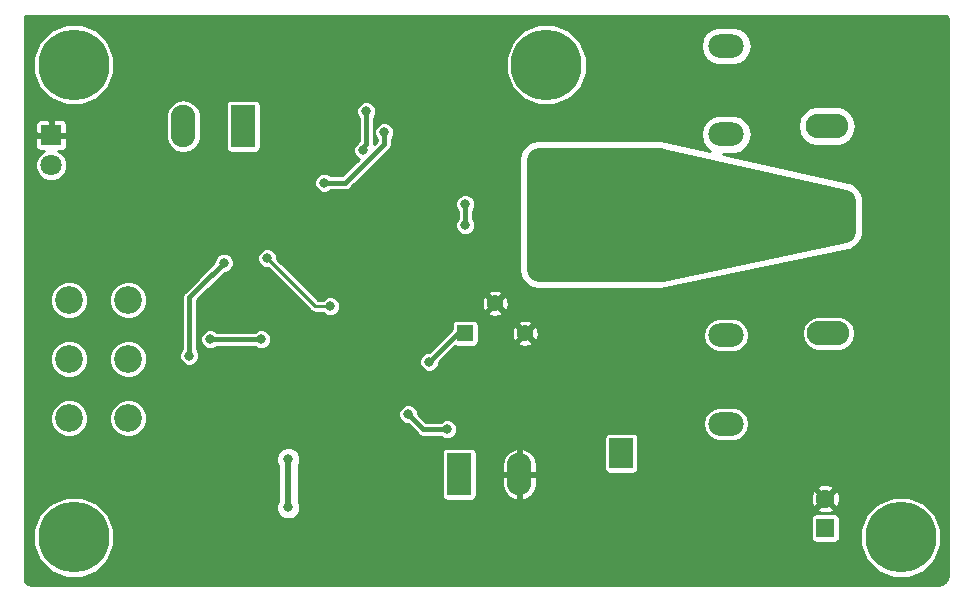
<source format=gbr>
%TF.GenerationSoftware,KiCad,Pcbnew,(6.0.0-rc1-dev-882-gdbc9130da)*%
%TF.CreationDate,2019-10-11T13:43:29+08:00*%
%TF.ProjectId,SoftDimmableLamp,536F667444696D6D61626C654C616D70,rev?*%
%TF.SameCoordinates,Original*%
%TF.FileFunction,Copper,L2,Bot,Signal*%
%TF.FilePolarity,Positive*%
%FSLAX46Y46*%
G04 Gerber Fmt 4.6, Leading zero omitted, Abs format (unit mm)*
G04 Created by KiCad (PCBNEW (6.0.0-rc1-dev-882-gdbc9130da)) date 2019/10/11 13:43:29*
%MOMM*%
%LPD*%
G01*
G04 APERTURE LIST*
%ADD10R,1.400000X1.400000*%
%ADD11C,1.400000*%
%ADD12R,2.000000X2.600000*%
%ADD13O,2.000000X2.600000*%
%ADD14R,1.600000X1.600000*%
%ADD15C,1.600000*%
%ADD16C,6.000000*%
%ADD17C,0.800000*%
%ADD18R,2.080000X3.600000*%
%ADD19O,2.080000X3.600000*%
%ADD20C,2.340000*%
%ADD21R,3.600000X2.100000*%
%ADD22O,3.600000X2.100000*%
%ADD23O,3.000000X2.000000*%
%ADD24R,1.800000X1.800000*%
%ADD25C,1.800000*%
%ADD26C,0.508000*%
%ADD27C,0.381000*%
%ADD28C,0.254000*%
%ADD29C,0.350000*%
%ADD30O,1.800000X0.800000*%
G04 APERTURE END LIST*
D10*
X88138000Y-77724000D03*
D11*
X93218000Y-77724000D03*
X90678000Y-75184000D03*
D12*
X101346000Y-87884000D03*
D13*
X98806000Y-87884000D03*
D14*
X118618000Y-94234000D03*
D15*
X118618000Y-91734000D03*
D16*
X55000000Y-95000000D03*
D17*
X55000000Y-92625000D03*
X52943190Y-93812500D03*
X52943190Y-96187500D03*
X55000000Y-97375000D03*
X57056810Y-96187500D03*
X57056810Y-93812500D03*
D16*
X125000000Y-95000000D03*
D17*
X125000000Y-92625000D03*
X122943190Y-93812500D03*
X122943190Y-96187500D03*
X125000000Y-97375000D03*
X127056810Y-96187500D03*
X127056810Y-93812500D03*
D16*
X95000000Y-55000000D03*
D17*
X95000000Y-52625000D03*
X92943190Y-53812500D03*
X92943190Y-56187500D03*
X95000000Y-57375000D03*
X97056810Y-56187500D03*
X97056810Y-53812500D03*
D18*
X69342000Y-60198000D03*
D19*
X64262000Y-60198000D03*
D18*
X87630000Y-89662000D03*
D19*
X92710000Y-89662000D03*
D20*
X54610000Y-84930000D03*
X54610000Y-79930000D03*
X54610000Y-74930000D03*
X59610000Y-84930000D03*
X59610000Y-79930000D03*
X59610000Y-74930000D03*
D21*
X118745000Y-67818000D03*
D22*
X118745000Y-60198000D03*
D21*
X118872000Y-85344000D03*
D22*
X118872000Y-77724000D03*
D23*
X110236000Y-77900000D03*
X110236000Y-85400000D03*
X110236000Y-60900000D03*
X110236000Y-53400000D03*
D24*
X53086000Y-60960000D03*
D25*
X53086000Y-63500000D03*
D17*
X57056810Y-53812500D03*
X57056810Y-56187500D03*
X55000000Y-57375000D03*
X52943190Y-56187500D03*
X52943190Y-53812500D03*
X55000000Y-52625000D03*
D16*
X55000000Y-55000000D03*
D17*
X79502000Y-53848000D03*
X77978000Y-59436000D03*
X78994000Y-69342000D03*
X80518000Y-80518000D03*
X80518000Y-83058000D03*
X77978000Y-77470000D03*
X70612000Y-76454000D03*
X81280000Y-77978000D03*
X89662000Y-70866000D03*
X68859000Y-87376000D03*
X72136000Y-94996000D03*
D15*
X110744000Y-91440000D03*
X101219000Y-96266000D03*
X105918000Y-87376000D03*
X103759000Y-87376000D03*
X105859885Y-95000106D03*
X123571000Y-76454000D03*
X123571000Y-80899000D03*
X123571000Y-85090000D03*
D17*
X68834024Y-67310048D03*
X100330000Y-77470000D03*
X102030000Y-77470000D03*
X103730000Y-77470000D03*
X105430000Y-77470000D03*
X107130000Y-77470000D03*
X100330000Y-79170000D03*
X102030000Y-79170000D03*
X103730000Y-79170000D03*
X105430000Y-79170000D03*
X107130000Y-79170000D03*
X100330000Y-80870000D03*
X102030000Y-80870000D03*
X103730000Y-80870000D03*
X105430000Y-80870000D03*
X107130000Y-80870000D03*
X100330000Y-82570000D03*
X102030000Y-82570000D03*
X103730000Y-82570000D03*
X105430000Y-82570000D03*
X107130000Y-82570000D03*
X73152000Y-92456000D03*
X73152006Y-88392006D03*
X66548000Y-78232000D03*
X81280000Y-60706000D03*
X70866000Y-78232000D03*
X76200000Y-64985989D03*
X71374000Y-71374000D03*
X76708000Y-75438000D03*
X64770000Y-79629000D03*
X67710000Y-71755000D03*
X102489000Y-65151000D03*
X100711000Y-65151000D03*
X99060000Y-65151000D03*
X97155000Y-65151000D03*
X102489000Y-70104000D03*
X102489000Y-66802000D03*
X100711000Y-70104000D03*
X100711000Y-66802000D03*
X99060000Y-70104000D03*
X99060000Y-68453000D03*
X99060000Y-66802000D03*
X97155000Y-70104000D03*
X97155000Y-68453000D03*
X97155000Y-66802000D03*
X100711000Y-68453000D03*
X102489000Y-68453000D03*
X97155000Y-63500000D03*
X99060000Y-63500000D03*
X100711000Y-63500000D03*
X102489000Y-63500000D03*
X97155000Y-71882000D03*
X99060000Y-71882000D03*
X100711000Y-71882000D03*
X102489000Y-71882000D03*
X104394000Y-63500000D03*
X104394000Y-65151000D03*
X104394000Y-66802000D03*
X104394000Y-68437760D03*
X104394000Y-70104000D03*
X104394000Y-71882000D03*
X83312000Y-84582000D03*
X79756000Y-58928000D03*
X79502000Y-62230000D03*
X88138000Y-68598000D03*
X88138000Y-66782000D03*
X85090000Y-80137000D03*
X86614000Y-85851998D03*
D26*
X73152000Y-88392012D02*
X73152006Y-88392006D01*
X73152000Y-92456000D02*
X73152000Y-88392012D01*
D27*
X69030315Y-78232000D02*
X66548000Y-78232000D01*
X70866000Y-78232000D02*
X69030315Y-78232000D01*
X81280000Y-61701862D02*
X77995873Y-64985989D01*
X76765685Y-64985989D02*
X76200000Y-64985989D01*
X81280000Y-60706000D02*
X81280000Y-61701862D01*
X77995873Y-64985989D02*
X76765685Y-64985989D01*
D28*
X75438000Y-75438000D02*
X71374000Y-71374000D01*
X76708000Y-75438000D02*
X75438000Y-75438000D01*
D27*
X65703499Y-73761501D02*
X67710000Y-71755000D01*
X64770000Y-79629000D02*
X64770000Y-74695000D01*
X64770000Y-74695000D02*
X65703499Y-73761501D01*
X79756000Y-58928000D02*
X79756000Y-61722000D01*
X79756000Y-61722000D02*
X79502000Y-61976000D01*
X79502000Y-61976000D02*
X79502000Y-62230000D01*
X88138000Y-66802000D02*
X88138000Y-66782000D01*
X88138000Y-68598000D02*
X88138000Y-66782000D01*
X87503000Y-77724000D02*
X88138000Y-77724000D01*
X85090000Y-80137000D02*
X87503000Y-77724000D01*
X83312000Y-84582000D02*
X84581998Y-85851998D01*
X84581998Y-85851998D02*
X86048315Y-85851998D01*
X86048315Y-85851998D02*
X86614000Y-85851998D01*
D28*
G36*
X104908525Y-62175198D02*
X120381692Y-65653661D01*
X120744986Y-65827397D01*
X120987386Y-66130339D01*
X121077209Y-66522892D01*
X121077209Y-69072528D01*
X120985443Y-69469070D01*
X120738191Y-69773430D01*
X120368857Y-69944488D01*
X104902948Y-73181539D01*
X104711122Y-73201398D01*
X94357509Y-73201398D01*
X94011870Y-73132646D01*
X93729455Y-72943943D01*
X93540752Y-72661528D01*
X93472000Y-72315889D01*
X93472000Y-63037907D01*
X93540752Y-62692268D01*
X93729455Y-62409853D01*
X94011870Y-62221150D01*
X94357509Y-62152398D01*
X104703159Y-62152398D01*
X104908525Y-62175198D01*
X104908525Y-62175198D01*
G37*
X104908525Y-62175198D02*
X120381692Y-65653661D01*
X120744986Y-65827397D01*
X120987386Y-66130339D01*
X121077209Y-66522892D01*
X121077209Y-69072528D01*
X120985443Y-69469070D01*
X120738191Y-69773430D01*
X120368857Y-69944488D01*
X104902948Y-73181539D01*
X104711122Y-73201398D01*
X94357509Y-73201398D01*
X94011870Y-73132646D01*
X93729455Y-72943943D01*
X93540752Y-72661528D01*
X93472000Y-72315889D01*
X93472000Y-63037907D01*
X93540752Y-62692268D01*
X93729455Y-62409853D01*
X94011870Y-62221150D01*
X94357509Y-62152398D01*
X104703159Y-62152398D01*
X104908525Y-62175198D01*
G36*
X129032000Y-51177509D02*
X129032000Y-98174491D01*
X128963248Y-98520130D01*
X128774545Y-98802545D01*
X128492130Y-98991248D01*
X128146491Y-99060000D01*
X51426300Y-99060000D01*
X51081738Y-98991694D01*
X50835000Y-98827522D01*
X50835000Y-94316736D01*
X51565000Y-94316736D01*
X51565000Y-95683264D01*
X52087947Y-96945771D01*
X53054229Y-97912053D01*
X54316736Y-98435000D01*
X55683264Y-98435000D01*
X56945771Y-97912053D01*
X57912053Y-96945771D01*
X58435000Y-95683264D01*
X58435000Y-94316736D01*
X57912053Y-93054229D01*
X57107950Y-92250126D01*
X72117000Y-92250126D01*
X72117000Y-92661874D01*
X72274569Y-93042280D01*
X72565720Y-93333431D01*
X72946126Y-93491000D01*
X73357874Y-93491000D01*
X73495484Y-93434000D01*
X117374478Y-93434000D01*
X117374478Y-95034000D01*
X117408239Y-95203729D01*
X117504383Y-95347617D01*
X117648271Y-95443761D01*
X117818000Y-95477522D01*
X119418000Y-95477522D01*
X119587729Y-95443761D01*
X119731617Y-95347617D01*
X119827761Y-95203729D01*
X119861522Y-95034000D01*
X119861522Y-94316736D01*
X121565000Y-94316736D01*
X121565000Y-95683264D01*
X122087947Y-96945771D01*
X123054229Y-97912053D01*
X124316736Y-98435000D01*
X125683264Y-98435000D01*
X126945771Y-97912053D01*
X127912053Y-96945771D01*
X128435000Y-95683264D01*
X128435000Y-94316736D01*
X127912053Y-93054229D01*
X126945771Y-92087947D01*
X125683264Y-91565000D01*
X124316736Y-91565000D01*
X123054229Y-92087947D01*
X122087947Y-93054229D01*
X121565000Y-94316736D01*
X119861522Y-94316736D01*
X119861522Y-93434000D01*
X119827761Y-93264271D01*
X119731617Y-93120383D01*
X119587729Y-93024239D01*
X119418000Y-92990478D01*
X117818000Y-92990478D01*
X117648271Y-93024239D01*
X117504383Y-93120383D01*
X117408239Y-93264271D01*
X117374478Y-93434000D01*
X73495484Y-93434000D01*
X73738280Y-93333431D01*
X74029431Y-93042280D01*
X74187000Y-92661874D01*
X74187000Y-92632318D01*
X117899287Y-92632318D01*
X117984383Y-92822164D01*
X118449036Y-92981807D01*
X118939413Y-92951482D01*
X119251617Y-92822164D01*
X119336713Y-92632318D01*
X118618000Y-91913605D01*
X117899287Y-92632318D01*
X74187000Y-92632318D01*
X74187000Y-92250126D01*
X74041000Y-91897650D01*
X74041000Y-88950370D01*
X74187006Y-88597880D01*
X74187006Y-88186132D01*
X74052747Y-87862000D01*
X86146478Y-87862000D01*
X86146478Y-91462000D01*
X86180239Y-91631729D01*
X86276383Y-91775617D01*
X86420271Y-91871761D01*
X86590000Y-91905522D01*
X88670000Y-91905522D01*
X88839729Y-91871761D01*
X88983617Y-91775617D01*
X89079761Y-91631729D01*
X89113522Y-91462000D01*
X89113522Y-89789000D01*
X91235000Y-89789000D01*
X91235000Y-90549000D01*
X91395878Y-91103791D01*
X91756820Y-91554785D01*
X92262875Y-91833323D01*
X92354680Y-91853563D01*
X92583000Y-91782335D01*
X92583000Y-89789000D01*
X92837000Y-89789000D01*
X92837000Y-91782335D01*
X93065320Y-91853563D01*
X93157125Y-91833323D01*
X93644555Y-91565036D01*
X117370193Y-91565036D01*
X117400518Y-92055413D01*
X117529836Y-92367617D01*
X117719682Y-92452713D01*
X118438395Y-91734000D01*
X118797605Y-91734000D01*
X119516318Y-92452713D01*
X119706164Y-92367617D01*
X119865807Y-91902964D01*
X119835482Y-91412587D01*
X119706164Y-91100383D01*
X119516318Y-91015287D01*
X118797605Y-91734000D01*
X118438395Y-91734000D01*
X117719682Y-91015287D01*
X117529836Y-91100383D01*
X117370193Y-91565036D01*
X93644555Y-91565036D01*
X93663180Y-91554785D01*
X94024122Y-91103791D01*
X94101868Y-90835682D01*
X117899287Y-90835682D01*
X118618000Y-91554395D01*
X119336713Y-90835682D01*
X119251617Y-90645836D01*
X118786964Y-90486193D01*
X118296587Y-90516518D01*
X117984383Y-90645836D01*
X117899287Y-90835682D01*
X94101868Y-90835682D01*
X94185000Y-90549000D01*
X94185000Y-89789000D01*
X92837000Y-89789000D01*
X92583000Y-89789000D01*
X91235000Y-89789000D01*
X89113522Y-89789000D01*
X89113522Y-88775000D01*
X91235000Y-88775000D01*
X91235000Y-89535000D01*
X92583000Y-89535000D01*
X92583000Y-87541665D01*
X92837000Y-87541665D01*
X92837000Y-89535000D01*
X94185000Y-89535000D01*
X94185000Y-88775000D01*
X94024122Y-88220209D01*
X93663180Y-87769215D01*
X93157125Y-87490677D01*
X93065320Y-87470437D01*
X92837000Y-87541665D01*
X92583000Y-87541665D01*
X92354680Y-87470437D01*
X92262875Y-87490677D01*
X91756820Y-87769215D01*
X91395878Y-88220209D01*
X91235000Y-88775000D01*
X89113522Y-88775000D01*
X89113522Y-87862000D01*
X89079761Y-87692271D01*
X88983617Y-87548383D01*
X88839729Y-87452239D01*
X88670000Y-87418478D01*
X86590000Y-87418478D01*
X86420271Y-87452239D01*
X86276383Y-87548383D01*
X86180239Y-87692271D01*
X86146478Y-87862000D01*
X74052747Y-87862000D01*
X74029437Y-87805726D01*
X73738286Y-87514575D01*
X73357880Y-87357006D01*
X72946132Y-87357006D01*
X72565726Y-87514575D01*
X72274575Y-87805726D01*
X72117006Y-88186132D01*
X72117006Y-88597880D01*
X72263001Y-88950343D01*
X72263000Y-91897650D01*
X72117000Y-92250126D01*
X57107950Y-92250126D01*
X56945771Y-92087947D01*
X55683264Y-91565000D01*
X54316736Y-91565000D01*
X53054229Y-92087947D01*
X52087947Y-93054229D01*
X51565000Y-94316736D01*
X50835000Y-94316736D01*
X50835000Y-84610746D01*
X53005000Y-84610746D01*
X53005000Y-85249254D01*
X53249347Y-85839160D01*
X53700840Y-86290653D01*
X54290746Y-86535000D01*
X54929254Y-86535000D01*
X55519160Y-86290653D01*
X55970653Y-85839160D01*
X56215000Y-85249254D01*
X56215000Y-84610746D01*
X58005000Y-84610746D01*
X58005000Y-85249254D01*
X58249347Y-85839160D01*
X58700840Y-86290653D01*
X59290746Y-86535000D01*
X59929254Y-86535000D01*
X60519160Y-86290653D01*
X60970653Y-85839160D01*
X61215000Y-85249254D01*
X61215000Y-84610746D01*
X61134296Y-84415908D01*
X82477000Y-84415908D01*
X82477000Y-84748092D01*
X82604121Y-85054990D01*
X82839010Y-85289879D01*
X83145908Y-85417000D01*
X83262410Y-85417000D01*
X84096142Y-86250733D01*
X84131038Y-86302958D01*
X84337940Y-86441206D01*
X84520393Y-86477498D01*
X84520397Y-86477498D01*
X84581997Y-86489751D01*
X84643597Y-86477498D01*
X86058631Y-86477498D01*
X86141010Y-86559877D01*
X86447908Y-86686998D01*
X86780092Y-86686998D01*
X87028751Y-86584000D01*
X99902478Y-86584000D01*
X99902478Y-89184000D01*
X99936239Y-89353729D01*
X100032383Y-89497617D01*
X100176271Y-89593761D01*
X100346000Y-89627522D01*
X102346000Y-89627522D01*
X102515729Y-89593761D01*
X102659617Y-89497617D01*
X102755761Y-89353729D01*
X102789522Y-89184000D01*
X102789522Y-86584000D01*
X102755761Y-86414271D01*
X102659617Y-86270383D01*
X102515729Y-86174239D01*
X102346000Y-86140478D01*
X100346000Y-86140478D01*
X100176271Y-86174239D01*
X100032383Y-86270383D01*
X99936239Y-86414271D01*
X99902478Y-86584000D01*
X87028751Y-86584000D01*
X87086990Y-86559877D01*
X87321879Y-86324988D01*
X87449000Y-86018090D01*
X87449000Y-85685906D01*
X87330575Y-85400000D01*
X108272887Y-85400000D01*
X108384260Y-85959909D01*
X108701423Y-86434577D01*
X109176091Y-86751740D01*
X109594667Y-86835000D01*
X110877333Y-86835000D01*
X111295909Y-86751740D01*
X111770577Y-86434577D01*
X112087740Y-85959909D01*
X112199113Y-85400000D01*
X112087740Y-84840091D01*
X111770577Y-84365423D01*
X111295909Y-84048260D01*
X110877333Y-83965000D01*
X109594667Y-83965000D01*
X109176091Y-84048260D01*
X108701423Y-84365423D01*
X108384260Y-84840091D01*
X108272887Y-85400000D01*
X87330575Y-85400000D01*
X87321879Y-85379008D01*
X87086990Y-85144119D01*
X86780092Y-85016998D01*
X86447908Y-85016998D01*
X86141010Y-85144119D01*
X86058631Y-85226498D01*
X84841089Y-85226498D01*
X84147000Y-84532410D01*
X84147000Y-84415908D01*
X84019879Y-84109010D01*
X83784990Y-83874121D01*
X83478092Y-83747000D01*
X83145908Y-83747000D01*
X82839010Y-83874121D01*
X82604121Y-84109010D01*
X82477000Y-84415908D01*
X61134296Y-84415908D01*
X60970653Y-84020840D01*
X60519160Y-83569347D01*
X59929254Y-83325000D01*
X59290746Y-83325000D01*
X58700840Y-83569347D01*
X58249347Y-84020840D01*
X58005000Y-84610746D01*
X56215000Y-84610746D01*
X55970653Y-84020840D01*
X55519160Y-83569347D01*
X54929254Y-83325000D01*
X54290746Y-83325000D01*
X53700840Y-83569347D01*
X53249347Y-84020840D01*
X53005000Y-84610746D01*
X50835000Y-84610746D01*
X50835000Y-79610746D01*
X53005000Y-79610746D01*
X53005000Y-80249254D01*
X53249347Y-80839160D01*
X53700840Y-81290653D01*
X54290746Y-81535000D01*
X54929254Y-81535000D01*
X55519160Y-81290653D01*
X55970653Y-80839160D01*
X56215000Y-80249254D01*
X56215000Y-79610746D01*
X58005000Y-79610746D01*
X58005000Y-80249254D01*
X58249347Y-80839160D01*
X58700840Y-81290653D01*
X59290746Y-81535000D01*
X59929254Y-81535000D01*
X60519160Y-81290653D01*
X60970653Y-80839160D01*
X61215000Y-80249254D01*
X61215000Y-79610746D01*
X61153764Y-79462908D01*
X63935000Y-79462908D01*
X63935000Y-79795092D01*
X64062121Y-80101990D01*
X64297010Y-80336879D01*
X64603908Y-80464000D01*
X64936092Y-80464000D01*
X65242990Y-80336879D01*
X65477879Y-80101990D01*
X65532174Y-79970908D01*
X84255000Y-79970908D01*
X84255000Y-80303092D01*
X84382121Y-80609990D01*
X84617010Y-80844879D01*
X84923908Y-80972000D01*
X85256092Y-80972000D01*
X85562990Y-80844879D01*
X85797879Y-80609990D01*
X85925000Y-80303092D01*
X85925000Y-80186589D01*
X87276244Y-78835347D01*
X87438000Y-78867522D01*
X88838000Y-78867522D01*
X89007729Y-78833761D01*
X89151617Y-78737617D01*
X89247761Y-78593729D01*
X89256511Y-78549735D01*
X92571870Y-78549735D01*
X92644648Y-78729217D01*
X93072972Y-78872112D01*
X93523375Y-78840217D01*
X93791352Y-78729217D01*
X93864130Y-78549735D01*
X93218000Y-77903605D01*
X92571870Y-78549735D01*
X89256511Y-78549735D01*
X89281522Y-78424000D01*
X89281522Y-77578972D01*
X92069888Y-77578972D01*
X92101783Y-78029375D01*
X92212783Y-78297352D01*
X92392265Y-78370130D01*
X93038395Y-77724000D01*
X93397605Y-77724000D01*
X94043735Y-78370130D01*
X94223217Y-78297352D01*
X94355779Y-77900000D01*
X108272887Y-77900000D01*
X108384260Y-78459909D01*
X108701423Y-78934577D01*
X109176091Y-79251740D01*
X109594667Y-79335000D01*
X110877333Y-79335000D01*
X111295909Y-79251740D01*
X111770577Y-78934577D01*
X112087740Y-78459909D01*
X112199113Y-77900000D01*
X112164105Y-77724000D01*
X116607908Y-77724000D01*
X116723161Y-78303418D01*
X117051375Y-78794625D01*
X117542582Y-79122839D01*
X117975744Y-79209000D01*
X119768256Y-79209000D01*
X120201418Y-79122839D01*
X120692625Y-78794625D01*
X121020839Y-78303418D01*
X121136092Y-77724000D01*
X121020839Y-77144582D01*
X120692625Y-76653375D01*
X120201418Y-76325161D01*
X119768256Y-76239000D01*
X117975744Y-76239000D01*
X117542582Y-76325161D01*
X117051375Y-76653375D01*
X116723161Y-77144582D01*
X116607908Y-77724000D01*
X112164105Y-77724000D01*
X112087740Y-77340091D01*
X111770577Y-76865423D01*
X111295909Y-76548260D01*
X110877333Y-76465000D01*
X109594667Y-76465000D01*
X109176091Y-76548260D01*
X108701423Y-76865423D01*
X108384260Y-77340091D01*
X108272887Y-77900000D01*
X94355779Y-77900000D01*
X94366112Y-77869028D01*
X94334217Y-77418625D01*
X94223217Y-77150648D01*
X94043735Y-77077870D01*
X93397605Y-77724000D01*
X93038395Y-77724000D01*
X92392265Y-77077870D01*
X92212783Y-77150648D01*
X92069888Y-77578972D01*
X89281522Y-77578972D01*
X89281522Y-77024000D01*
X89256512Y-76898265D01*
X92571870Y-76898265D01*
X93218000Y-77544395D01*
X93864130Y-76898265D01*
X93791352Y-76718783D01*
X93363028Y-76575888D01*
X92912625Y-76607783D01*
X92644648Y-76718783D01*
X92571870Y-76898265D01*
X89256512Y-76898265D01*
X89247761Y-76854271D01*
X89151617Y-76710383D01*
X89007729Y-76614239D01*
X88838000Y-76580478D01*
X87438000Y-76580478D01*
X87268271Y-76614239D01*
X87124383Y-76710383D01*
X87028239Y-76854271D01*
X86994478Y-77024000D01*
X86994478Y-77347931D01*
X85040411Y-79302000D01*
X84923908Y-79302000D01*
X84617010Y-79429121D01*
X84382121Y-79664010D01*
X84255000Y-79970908D01*
X65532174Y-79970908D01*
X65605000Y-79795092D01*
X65605000Y-79462908D01*
X65477879Y-79156010D01*
X65395500Y-79073631D01*
X65395500Y-78065908D01*
X65713000Y-78065908D01*
X65713000Y-78398092D01*
X65840121Y-78704990D01*
X66075010Y-78939879D01*
X66381908Y-79067000D01*
X66714092Y-79067000D01*
X67020990Y-78939879D01*
X67103369Y-78857500D01*
X70310631Y-78857500D01*
X70393010Y-78939879D01*
X70699908Y-79067000D01*
X71032092Y-79067000D01*
X71338990Y-78939879D01*
X71573879Y-78704990D01*
X71701000Y-78398092D01*
X71701000Y-78065908D01*
X71573879Y-77759010D01*
X71338990Y-77524121D01*
X71032092Y-77397000D01*
X70699908Y-77397000D01*
X70393010Y-77524121D01*
X70310631Y-77606500D01*
X67103369Y-77606500D01*
X67020990Y-77524121D01*
X66714092Y-77397000D01*
X66381908Y-77397000D01*
X66075010Y-77524121D01*
X65840121Y-77759010D01*
X65713000Y-78065908D01*
X65395500Y-78065908D01*
X65395500Y-74954089D01*
X66189355Y-74160235D01*
X66189357Y-74160232D01*
X67759590Y-72590000D01*
X67876092Y-72590000D01*
X68182990Y-72462879D01*
X68417879Y-72227990D01*
X68545000Y-71921092D01*
X68545000Y-71588908D01*
X68417879Y-71282010D01*
X68343777Y-71207908D01*
X70539000Y-71207908D01*
X70539000Y-71540092D01*
X70666121Y-71846990D01*
X70901010Y-72081879D01*
X71207908Y-72209000D01*
X71414213Y-72209000D01*
X75001468Y-75796256D01*
X75032821Y-75843179D01*
X75079744Y-75874532D01*
X75079745Y-75874533D01*
X75134307Y-75910990D01*
X75218719Y-75967392D01*
X75382649Y-76000000D01*
X75382654Y-76000000D01*
X75438000Y-76011009D01*
X75493346Y-76000000D01*
X76089131Y-76000000D01*
X76235010Y-76145879D01*
X76541908Y-76273000D01*
X76874092Y-76273000D01*
X77180990Y-76145879D01*
X77317134Y-76009735D01*
X90031870Y-76009735D01*
X90104648Y-76189217D01*
X90532972Y-76332112D01*
X90983375Y-76300217D01*
X91251352Y-76189217D01*
X91324130Y-76009735D01*
X90678000Y-75363605D01*
X90031870Y-76009735D01*
X77317134Y-76009735D01*
X77415879Y-75910990D01*
X77543000Y-75604092D01*
X77543000Y-75271908D01*
X77446515Y-75038972D01*
X89529888Y-75038972D01*
X89561783Y-75489375D01*
X89672783Y-75757352D01*
X89852265Y-75830130D01*
X90498395Y-75184000D01*
X90857605Y-75184000D01*
X91503735Y-75830130D01*
X91683217Y-75757352D01*
X91826112Y-75329028D01*
X91794217Y-74878625D01*
X91683217Y-74610648D01*
X91503735Y-74537870D01*
X90857605Y-75184000D01*
X90498395Y-75184000D01*
X89852265Y-74537870D01*
X89672783Y-74610648D01*
X89529888Y-75038972D01*
X77446515Y-75038972D01*
X77415879Y-74965010D01*
X77180990Y-74730121D01*
X76874092Y-74603000D01*
X76541908Y-74603000D01*
X76235010Y-74730121D01*
X76089131Y-74876000D01*
X75670788Y-74876000D01*
X75153053Y-74358265D01*
X90031870Y-74358265D01*
X90678000Y-75004395D01*
X91324130Y-74358265D01*
X91251352Y-74178783D01*
X90823028Y-74035888D01*
X90372625Y-74067783D01*
X90104648Y-74178783D01*
X90031870Y-74358265D01*
X75153053Y-74358265D01*
X72209000Y-71414213D01*
X72209000Y-71207908D01*
X72081879Y-70901010D01*
X71846990Y-70666121D01*
X71540092Y-70539000D01*
X71207908Y-70539000D01*
X70901010Y-70666121D01*
X70666121Y-70901010D01*
X70539000Y-71207908D01*
X68343777Y-71207908D01*
X68182990Y-71047121D01*
X67876092Y-70920000D01*
X67543908Y-70920000D01*
X67237010Y-71047121D01*
X67002121Y-71282010D01*
X66875000Y-71588908D01*
X66875000Y-71705410D01*
X65304768Y-73275643D01*
X65304765Y-73275645D01*
X64371268Y-74209143D01*
X64319041Y-74244040D01*
X64284144Y-74296267D01*
X64180792Y-74450943D01*
X64132247Y-74695000D01*
X64144501Y-74756606D01*
X64144500Y-79073631D01*
X64062121Y-79156010D01*
X63935000Y-79462908D01*
X61153764Y-79462908D01*
X60970653Y-79020840D01*
X60519160Y-78569347D01*
X59929254Y-78325000D01*
X59290746Y-78325000D01*
X58700840Y-78569347D01*
X58249347Y-79020840D01*
X58005000Y-79610746D01*
X56215000Y-79610746D01*
X55970653Y-79020840D01*
X55519160Y-78569347D01*
X54929254Y-78325000D01*
X54290746Y-78325000D01*
X53700840Y-78569347D01*
X53249347Y-79020840D01*
X53005000Y-79610746D01*
X50835000Y-79610746D01*
X50835000Y-74610746D01*
X53005000Y-74610746D01*
X53005000Y-75249254D01*
X53249347Y-75839160D01*
X53700840Y-76290653D01*
X54290746Y-76535000D01*
X54929254Y-76535000D01*
X55519160Y-76290653D01*
X55970653Y-75839160D01*
X56215000Y-75249254D01*
X56215000Y-74610746D01*
X58005000Y-74610746D01*
X58005000Y-75249254D01*
X58249347Y-75839160D01*
X58700840Y-76290653D01*
X59290746Y-76535000D01*
X59929254Y-76535000D01*
X60519160Y-76290653D01*
X60970653Y-75839160D01*
X61215000Y-75249254D01*
X61215000Y-74610746D01*
X60970653Y-74020840D01*
X60519160Y-73569347D01*
X59929254Y-73325000D01*
X59290746Y-73325000D01*
X58700840Y-73569347D01*
X58249347Y-74020840D01*
X58005000Y-74610746D01*
X56215000Y-74610746D01*
X55970653Y-74020840D01*
X55519160Y-73569347D01*
X54929254Y-73325000D01*
X54290746Y-73325000D01*
X53700840Y-73569347D01*
X53249347Y-74020840D01*
X53005000Y-74610746D01*
X50835000Y-74610746D01*
X50835000Y-66615908D01*
X87303000Y-66615908D01*
X87303000Y-66948092D01*
X87430121Y-67254990D01*
X87512501Y-67337370D01*
X87512500Y-68042631D01*
X87430121Y-68125010D01*
X87303000Y-68431908D01*
X87303000Y-68764092D01*
X87430121Y-69070990D01*
X87665010Y-69305879D01*
X87971908Y-69433000D01*
X88304092Y-69433000D01*
X88610990Y-69305879D01*
X88845879Y-69070990D01*
X88973000Y-68764092D01*
X88973000Y-68431908D01*
X88845879Y-68125010D01*
X88763500Y-68042631D01*
X88763500Y-67337369D01*
X88845879Y-67254990D01*
X88973000Y-66948092D01*
X88973000Y-66615908D01*
X88845879Y-66309010D01*
X88610990Y-66074121D01*
X88304092Y-65947000D01*
X87971908Y-65947000D01*
X87665010Y-66074121D01*
X87430121Y-66309010D01*
X87303000Y-66615908D01*
X50835000Y-66615908D01*
X50835000Y-61195750D01*
X51751000Y-61195750D01*
X51751000Y-61946527D01*
X51817225Y-62106408D01*
X51939592Y-62228775D01*
X52099473Y-62295000D01*
X52506605Y-62295000D01*
X52329783Y-62368242D01*
X51954242Y-62743783D01*
X51751000Y-63234452D01*
X51751000Y-63765548D01*
X51954242Y-64256217D01*
X52329783Y-64631758D01*
X52820452Y-64835000D01*
X53351548Y-64835000D01*
X53388009Y-64819897D01*
X75365000Y-64819897D01*
X75365000Y-65152081D01*
X75492121Y-65458979D01*
X75727010Y-65693868D01*
X76033908Y-65820989D01*
X76366092Y-65820989D01*
X76672990Y-65693868D01*
X76755369Y-65611489D01*
X77934272Y-65611489D01*
X77995873Y-65623742D01*
X78057474Y-65611489D01*
X78057478Y-65611489D01*
X78239931Y-65575197D01*
X78446833Y-65436949D01*
X78481732Y-65384719D01*
X80841053Y-63025398D01*
X92710000Y-63025398D01*
X92710000Y-72328398D01*
X92722201Y-72452280D01*
X92798321Y-72834963D01*
X92893137Y-73063868D01*
X93109910Y-73388292D01*
X93285106Y-73563488D01*
X93609530Y-73780261D01*
X93838435Y-73875077D01*
X94221118Y-73951197D01*
X94345000Y-73963398D01*
X104717680Y-73963398D01*
X104783071Y-73960022D01*
X104987934Y-73938813D01*
X105052631Y-73928721D01*
X120539160Y-70687354D01*
X120675940Y-70642022D01*
X121085100Y-70452519D01*
X121311096Y-70276706D01*
X121595411Y-69926723D01*
X121721198Y-69669501D01*
X121822860Y-69230196D01*
X121839209Y-69087031D01*
X121839209Y-66508549D01*
X121823211Y-66366910D01*
X121723706Y-65932045D01*
X121600519Y-65676957D01*
X121321808Y-65328634D01*
X121099950Y-65152497D01*
X120697498Y-64960035D01*
X120562817Y-64913361D01*
X109983210Y-62535000D01*
X110897031Y-62535000D01*
X111373945Y-62440136D01*
X111914769Y-62078769D01*
X112276136Y-61537945D01*
X112403031Y-60900000D01*
X112276136Y-60262055D01*
X112233336Y-60198000D01*
X116276989Y-60198000D01*
X116407765Y-60855454D01*
X116780183Y-61412817D01*
X117337546Y-61785235D01*
X117829043Y-61883000D01*
X119660957Y-61883000D01*
X120152454Y-61785235D01*
X120709817Y-61412817D01*
X121082235Y-60855454D01*
X121213011Y-60198000D01*
X121082235Y-59540546D01*
X120709817Y-58983183D01*
X120152454Y-58610765D01*
X119660957Y-58513000D01*
X117829043Y-58513000D01*
X117337546Y-58610765D01*
X116780183Y-58983183D01*
X116407765Y-59540546D01*
X116276989Y-60198000D01*
X112233336Y-60198000D01*
X111914769Y-59721231D01*
X111373945Y-59359864D01*
X110897031Y-59265000D01*
X109574969Y-59265000D01*
X109098055Y-59359864D01*
X108557231Y-59721231D01*
X108195864Y-60262055D01*
X108068969Y-60900000D01*
X108195864Y-61537945D01*
X108557231Y-62078769D01*
X108863209Y-62283217D01*
X105068799Y-61430210D01*
X104999590Y-61418625D01*
X104780258Y-61394275D01*
X104710191Y-61390398D01*
X94345000Y-61390398D01*
X94221118Y-61402599D01*
X93838435Y-61478719D01*
X93609530Y-61573535D01*
X93285106Y-61790308D01*
X93109910Y-61965504D01*
X92893137Y-62289928D01*
X92798321Y-62518833D01*
X92722201Y-62901516D01*
X92710000Y-63025398D01*
X80841053Y-63025398D01*
X81678733Y-62187719D01*
X81730960Y-62152822D01*
X81869208Y-61945920D01*
X81905500Y-61763467D01*
X81905500Y-61763463D01*
X81917753Y-61701862D01*
X81905500Y-61640261D01*
X81905500Y-61261369D01*
X81987879Y-61178990D01*
X82115000Y-60872092D01*
X82115000Y-60539908D01*
X81987879Y-60233010D01*
X81752990Y-59998121D01*
X81446092Y-59871000D01*
X81113908Y-59871000D01*
X80807010Y-59998121D01*
X80572121Y-60233010D01*
X80445000Y-60539908D01*
X80445000Y-60872092D01*
X80572121Y-61178990D01*
X80654501Y-61261370D01*
X80654501Y-61442771D01*
X80390687Y-61706585D01*
X80381500Y-61660401D01*
X80381500Y-59483369D01*
X80463879Y-59400990D01*
X80591000Y-59094092D01*
X80591000Y-58761908D01*
X80463879Y-58455010D01*
X80228990Y-58220121D01*
X79922092Y-58093000D01*
X79589908Y-58093000D01*
X79283010Y-58220121D01*
X79048121Y-58455010D01*
X78921000Y-58761908D01*
X78921000Y-59094092D01*
X79048121Y-59400990D01*
X79130500Y-59483369D01*
X79130501Y-61462910D01*
X79103270Y-61490141D01*
X79098464Y-61493352D01*
X79029010Y-61522121D01*
X78794121Y-61757010D01*
X78667000Y-62063908D01*
X78667000Y-62396092D01*
X78794121Y-62702990D01*
X79029010Y-62937879D01*
X79121205Y-62976067D01*
X77736784Y-64360489D01*
X76755369Y-64360489D01*
X76672990Y-64278110D01*
X76366092Y-64150989D01*
X76033908Y-64150989D01*
X75727010Y-64278110D01*
X75492121Y-64512999D01*
X75365000Y-64819897D01*
X53388009Y-64819897D01*
X53842217Y-64631758D01*
X54217758Y-64256217D01*
X54421000Y-63765548D01*
X54421000Y-63234452D01*
X54217758Y-62743783D01*
X53842217Y-62368242D01*
X53665395Y-62295000D01*
X54072527Y-62295000D01*
X54232408Y-62228775D01*
X54354775Y-62106408D01*
X54421000Y-61946527D01*
X54421000Y-61195750D01*
X54312250Y-61087000D01*
X53213000Y-61087000D01*
X53213000Y-61107000D01*
X52959000Y-61107000D01*
X52959000Y-61087000D01*
X51859750Y-61087000D01*
X51751000Y-61195750D01*
X50835000Y-61195750D01*
X50835000Y-59973473D01*
X51751000Y-59973473D01*
X51751000Y-60724250D01*
X51859750Y-60833000D01*
X52959000Y-60833000D01*
X52959000Y-59733750D01*
X53213000Y-59733750D01*
X53213000Y-60833000D01*
X54312250Y-60833000D01*
X54421000Y-60724250D01*
X54421000Y-59973473D01*
X54354775Y-59813592D01*
X54232408Y-59691225D01*
X54072527Y-59625000D01*
X53321750Y-59625000D01*
X53213000Y-59733750D01*
X52959000Y-59733750D01*
X52850250Y-59625000D01*
X52099473Y-59625000D01*
X51939592Y-59691225D01*
X51817225Y-59813592D01*
X51751000Y-59973473D01*
X50835000Y-59973473D01*
X50835000Y-59292730D01*
X62787000Y-59292730D01*
X62787000Y-61103269D01*
X62872581Y-61533515D01*
X63198585Y-62021415D01*
X63686484Y-62347419D01*
X64262000Y-62461896D01*
X64837515Y-62347419D01*
X65325415Y-62021415D01*
X65651419Y-61533516D01*
X65737000Y-61103270D01*
X65737000Y-59292730D01*
X65651419Y-58862484D01*
X65341061Y-58398000D01*
X67858478Y-58398000D01*
X67858478Y-61998000D01*
X67892239Y-62167729D01*
X67988383Y-62311617D01*
X68132271Y-62407761D01*
X68302000Y-62441522D01*
X70382000Y-62441522D01*
X70551729Y-62407761D01*
X70695617Y-62311617D01*
X70791761Y-62167729D01*
X70825522Y-61998000D01*
X70825522Y-58398000D01*
X70791761Y-58228271D01*
X70695617Y-58084383D01*
X70551729Y-57988239D01*
X70382000Y-57954478D01*
X68302000Y-57954478D01*
X68132271Y-57988239D01*
X67988383Y-58084383D01*
X67892239Y-58228271D01*
X67858478Y-58398000D01*
X65341061Y-58398000D01*
X65325415Y-58374585D01*
X64837516Y-58048581D01*
X64262000Y-57934104D01*
X63686485Y-58048581D01*
X63198586Y-58374585D01*
X62872582Y-58862484D01*
X62787000Y-59292730D01*
X50835000Y-59292730D01*
X50835000Y-54316736D01*
X51565000Y-54316736D01*
X51565000Y-55683264D01*
X52087947Y-56945771D01*
X53054229Y-57912053D01*
X54316736Y-58435000D01*
X55683264Y-58435000D01*
X56945771Y-57912053D01*
X57912053Y-56945771D01*
X58435000Y-55683264D01*
X58435000Y-54316736D01*
X91565000Y-54316736D01*
X91565000Y-55683264D01*
X92087947Y-56945771D01*
X93054229Y-57912053D01*
X94316736Y-58435000D01*
X95683264Y-58435000D01*
X96945771Y-57912053D01*
X97912053Y-56945771D01*
X98435000Y-55683264D01*
X98435000Y-54316736D01*
X98055276Y-53400000D01*
X108068969Y-53400000D01*
X108195864Y-54037945D01*
X108557231Y-54578769D01*
X109098055Y-54940136D01*
X109574969Y-55035000D01*
X110897031Y-55035000D01*
X111373945Y-54940136D01*
X111914769Y-54578769D01*
X112276136Y-54037945D01*
X112403031Y-53400000D01*
X112276136Y-52762055D01*
X111914769Y-52221231D01*
X111373945Y-51859864D01*
X110897031Y-51765000D01*
X109574969Y-51765000D01*
X109098055Y-51859864D01*
X108557231Y-52221231D01*
X108195864Y-52762055D01*
X108068969Y-53400000D01*
X98055276Y-53400000D01*
X97912053Y-53054229D01*
X96945771Y-52087947D01*
X95683264Y-51565000D01*
X94316736Y-51565000D01*
X93054229Y-52087947D01*
X92087947Y-53054229D01*
X91565000Y-54316736D01*
X58435000Y-54316736D01*
X57912053Y-53054229D01*
X56945771Y-52087947D01*
X55683264Y-51565000D01*
X54316736Y-51565000D01*
X53054229Y-52087947D01*
X52087947Y-53054229D01*
X51565000Y-54316736D01*
X50835000Y-54316736D01*
X50835000Y-50835000D01*
X128963871Y-50835000D01*
X129032000Y-51177509D01*
X129032000Y-51177509D01*
G37*
X129032000Y-51177509D02*
X129032000Y-98174491D01*
X128963248Y-98520130D01*
X128774545Y-98802545D01*
X128492130Y-98991248D01*
X128146491Y-99060000D01*
X51426300Y-99060000D01*
X51081738Y-98991694D01*
X50835000Y-98827522D01*
X50835000Y-94316736D01*
X51565000Y-94316736D01*
X51565000Y-95683264D01*
X52087947Y-96945771D01*
X53054229Y-97912053D01*
X54316736Y-98435000D01*
X55683264Y-98435000D01*
X56945771Y-97912053D01*
X57912053Y-96945771D01*
X58435000Y-95683264D01*
X58435000Y-94316736D01*
X57912053Y-93054229D01*
X57107950Y-92250126D01*
X72117000Y-92250126D01*
X72117000Y-92661874D01*
X72274569Y-93042280D01*
X72565720Y-93333431D01*
X72946126Y-93491000D01*
X73357874Y-93491000D01*
X73495484Y-93434000D01*
X117374478Y-93434000D01*
X117374478Y-95034000D01*
X117408239Y-95203729D01*
X117504383Y-95347617D01*
X117648271Y-95443761D01*
X117818000Y-95477522D01*
X119418000Y-95477522D01*
X119587729Y-95443761D01*
X119731617Y-95347617D01*
X119827761Y-95203729D01*
X119861522Y-95034000D01*
X119861522Y-94316736D01*
X121565000Y-94316736D01*
X121565000Y-95683264D01*
X122087947Y-96945771D01*
X123054229Y-97912053D01*
X124316736Y-98435000D01*
X125683264Y-98435000D01*
X126945771Y-97912053D01*
X127912053Y-96945771D01*
X128435000Y-95683264D01*
X128435000Y-94316736D01*
X127912053Y-93054229D01*
X126945771Y-92087947D01*
X125683264Y-91565000D01*
X124316736Y-91565000D01*
X123054229Y-92087947D01*
X122087947Y-93054229D01*
X121565000Y-94316736D01*
X119861522Y-94316736D01*
X119861522Y-93434000D01*
X119827761Y-93264271D01*
X119731617Y-93120383D01*
X119587729Y-93024239D01*
X119418000Y-92990478D01*
X117818000Y-92990478D01*
X117648271Y-93024239D01*
X117504383Y-93120383D01*
X117408239Y-93264271D01*
X117374478Y-93434000D01*
X73495484Y-93434000D01*
X73738280Y-93333431D01*
X74029431Y-93042280D01*
X74187000Y-92661874D01*
X74187000Y-92632318D01*
X117899287Y-92632318D01*
X117984383Y-92822164D01*
X118449036Y-92981807D01*
X118939413Y-92951482D01*
X119251617Y-92822164D01*
X119336713Y-92632318D01*
X118618000Y-91913605D01*
X117899287Y-92632318D01*
X74187000Y-92632318D01*
X74187000Y-92250126D01*
X74041000Y-91897650D01*
X74041000Y-88950370D01*
X74187006Y-88597880D01*
X74187006Y-88186132D01*
X74052747Y-87862000D01*
X86146478Y-87862000D01*
X86146478Y-91462000D01*
X86180239Y-91631729D01*
X86276383Y-91775617D01*
X86420271Y-91871761D01*
X86590000Y-91905522D01*
X88670000Y-91905522D01*
X88839729Y-91871761D01*
X88983617Y-91775617D01*
X89079761Y-91631729D01*
X89113522Y-91462000D01*
X89113522Y-89789000D01*
X91235000Y-89789000D01*
X91235000Y-90549000D01*
X91395878Y-91103791D01*
X91756820Y-91554785D01*
X92262875Y-91833323D01*
X92354680Y-91853563D01*
X92583000Y-91782335D01*
X92583000Y-89789000D01*
X92837000Y-89789000D01*
X92837000Y-91782335D01*
X93065320Y-91853563D01*
X93157125Y-91833323D01*
X93644555Y-91565036D01*
X117370193Y-91565036D01*
X117400518Y-92055413D01*
X117529836Y-92367617D01*
X117719682Y-92452713D01*
X118438395Y-91734000D01*
X118797605Y-91734000D01*
X119516318Y-92452713D01*
X119706164Y-92367617D01*
X119865807Y-91902964D01*
X119835482Y-91412587D01*
X119706164Y-91100383D01*
X119516318Y-91015287D01*
X118797605Y-91734000D01*
X118438395Y-91734000D01*
X117719682Y-91015287D01*
X117529836Y-91100383D01*
X117370193Y-91565036D01*
X93644555Y-91565036D01*
X93663180Y-91554785D01*
X94024122Y-91103791D01*
X94101868Y-90835682D01*
X117899287Y-90835682D01*
X118618000Y-91554395D01*
X119336713Y-90835682D01*
X119251617Y-90645836D01*
X118786964Y-90486193D01*
X118296587Y-90516518D01*
X117984383Y-90645836D01*
X117899287Y-90835682D01*
X94101868Y-90835682D01*
X94185000Y-90549000D01*
X94185000Y-89789000D01*
X92837000Y-89789000D01*
X92583000Y-89789000D01*
X91235000Y-89789000D01*
X89113522Y-89789000D01*
X89113522Y-88775000D01*
X91235000Y-88775000D01*
X91235000Y-89535000D01*
X92583000Y-89535000D01*
X92583000Y-87541665D01*
X92837000Y-87541665D01*
X92837000Y-89535000D01*
X94185000Y-89535000D01*
X94185000Y-88775000D01*
X94024122Y-88220209D01*
X93663180Y-87769215D01*
X93157125Y-87490677D01*
X93065320Y-87470437D01*
X92837000Y-87541665D01*
X92583000Y-87541665D01*
X92354680Y-87470437D01*
X92262875Y-87490677D01*
X91756820Y-87769215D01*
X91395878Y-88220209D01*
X91235000Y-88775000D01*
X89113522Y-88775000D01*
X89113522Y-87862000D01*
X89079761Y-87692271D01*
X88983617Y-87548383D01*
X88839729Y-87452239D01*
X88670000Y-87418478D01*
X86590000Y-87418478D01*
X86420271Y-87452239D01*
X86276383Y-87548383D01*
X86180239Y-87692271D01*
X86146478Y-87862000D01*
X74052747Y-87862000D01*
X74029437Y-87805726D01*
X73738286Y-87514575D01*
X73357880Y-87357006D01*
X72946132Y-87357006D01*
X72565726Y-87514575D01*
X72274575Y-87805726D01*
X72117006Y-88186132D01*
X72117006Y-88597880D01*
X72263001Y-88950343D01*
X72263000Y-91897650D01*
X72117000Y-92250126D01*
X57107950Y-92250126D01*
X56945771Y-92087947D01*
X55683264Y-91565000D01*
X54316736Y-91565000D01*
X53054229Y-92087947D01*
X52087947Y-93054229D01*
X51565000Y-94316736D01*
X50835000Y-94316736D01*
X50835000Y-84610746D01*
X53005000Y-84610746D01*
X53005000Y-85249254D01*
X53249347Y-85839160D01*
X53700840Y-86290653D01*
X54290746Y-86535000D01*
X54929254Y-86535000D01*
X55519160Y-86290653D01*
X55970653Y-85839160D01*
X56215000Y-85249254D01*
X56215000Y-84610746D01*
X58005000Y-84610746D01*
X58005000Y-85249254D01*
X58249347Y-85839160D01*
X58700840Y-86290653D01*
X59290746Y-86535000D01*
X59929254Y-86535000D01*
X60519160Y-86290653D01*
X60970653Y-85839160D01*
X61215000Y-85249254D01*
X61215000Y-84610746D01*
X61134296Y-84415908D01*
X82477000Y-84415908D01*
X82477000Y-84748092D01*
X82604121Y-85054990D01*
X82839010Y-85289879D01*
X83145908Y-85417000D01*
X83262410Y-85417000D01*
X84096142Y-86250733D01*
X84131038Y-86302958D01*
X84337940Y-86441206D01*
X84520393Y-86477498D01*
X84520397Y-86477498D01*
X84581997Y-86489751D01*
X84643597Y-86477498D01*
X86058631Y-86477498D01*
X86141010Y-86559877D01*
X86447908Y-86686998D01*
X86780092Y-86686998D01*
X87028751Y-86584000D01*
X99902478Y-86584000D01*
X99902478Y-89184000D01*
X99936239Y-89353729D01*
X100032383Y-89497617D01*
X100176271Y-89593761D01*
X100346000Y-89627522D01*
X102346000Y-89627522D01*
X102515729Y-89593761D01*
X102659617Y-89497617D01*
X102755761Y-89353729D01*
X102789522Y-89184000D01*
X102789522Y-86584000D01*
X102755761Y-86414271D01*
X102659617Y-86270383D01*
X102515729Y-86174239D01*
X102346000Y-86140478D01*
X100346000Y-86140478D01*
X100176271Y-86174239D01*
X100032383Y-86270383D01*
X99936239Y-86414271D01*
X99902478Y-86584000D01*
X87028751Y-86584000D01*
X87086990Y-86559877D01*
X87321879Y-86324988D01*
X87449000Y-86018090D01*
X87449000Y-85685906D01*
X87330575Y-85400000D01*
X108272887Y-85400000D01*
X108384260Y-85959909D01*
X108701423Y-86434577D01*
X109176091Y-86751740D01*
X109594667Y-86835000D01*
X110877333Y-86835000D01*
X111295909Y-86751740D01*
X111770577Y-86434577D01*
X112087740Y-85959909D01*
X112199113Y-85400000D01*
X112087740Y-84840091D01*
X111770577Y-84365423D01*
X111295909Y-84048260D01*
X110877333Y-83965000D01*
X109594667Y-83965000D01*
X109176091Y-84048260D01*
X108701423Y-84365423D01*
X108384260Y-84840091D01*
X108272887Y-85400000D01*
X87330575Y-85400000D01*
X87321879Y-85379008D01*
X87086990Y-85144119D01*
X86780092Y-85016998D01*
X86447908Y-85016998D01*
X86141010Y-85144119D01*
X86058631Y-85226498D01*
X84841089Y-85226498D01*
X84147000Y-84532410D01*
X84147000Y-84415908D01*
X84019879Y-84109010D01*
X83784990Y-83874121D01*
X83478092Y-83747000D01*
X83145908Y-83747000D01*
X82839010Y-83874121D01*
X82604121Y-84109010D01*
X82477000Y-84415908D01*
X61134296Y-84415908D01*
X60970653Y-84020840D01*
X60519160Y-83569347D01*
X59929254Y-83325000D01*
X59290746Y-83325000D01*
X58700840Y-83569347D01*
X58249347Y-84020840D01*
X58005000Y-84610746D01*
X56215000Y-84610746D01*
X55970653Y-84020840D01*
X55519160Y-83569347D01*
X54929254Y-83325000D01*
X54290746Y-83325000D01*
X53700840Y-83569347D01*
X53249347Y-84020840D01*
X53005000Y-84610746D01*
X50835000Y-84610746D01*
X50835000Y-79610746D01*
X53005000Y-79610746D01*
X53005000Y-80249254D01*
X53249347Y-80839160D01*
X53700840Y-81290653D01*
X54290746Y-81535000D01*
X54929254Y-81535000D01*
X55519160Y-81290653D01*
X55970653Y-80839160D01*
X56215000Y-80249254D01*
X56215000Y-79610746D01*
X58005000Y-79610746D01*
X58005000Y-80249254D01*
X58249347Y-80839160D01*
X58700840Y-81290653D01*
X59290746Y-81535000D01*
X59929254Y-81535000D01*
X60519160Y-81290653D01*
X60970653Y-80839160D01*
X61215000Y-80249254D01*
X61215000Y-79610746D01*
X61153764Y-79462908D01*
X63935000Y-79462908D01*
X63935000Y-79795092D01*
X64062121Y-80101990D01*
X64297010Y-80336879D01*
X64603908Y-80464000D01*
X64936092Y-80464000D01*
X65242990Y-80336879D01*
X65477879Y-80101990D01*
X65532174Y-79970908D01*
X84255000Y-79970908D01*
X84255000Y-80303092D01*
X84382121Y-80609990D01*
X84617010Y-80844879D01*
X84923908Y-80972000D01*
X85256092Y-80972000D01*
X85562990Y-80844879D01*
X85797879Y-80609990D01*
X85925000Y-80303092D01*
X85925000Y-80186589D01*
X87276244Y-78835347D01*
X87438000Y-78867522D01*
X88838000Y-78867522D01*
X89007729Y-78833761D01*
X89151617Y-78737617D01*
X89247761Y-78593729D01*
X89256511Y-78549735D01*
X92571870Y-78549735D01*
X92644648Y-78729217D01*
X93072972Y-78872112D01*
X93523375Y-78840217D01*
X93791352Y-78729217D01*
X93864130Y-78549735D01*
X93218000Y-77903605D01*
X92571870Y-78549735D01*
X89256511Y-78549735D01*
X89281522Y-78424000D01*
X89281522Y-77578972D01*
X92069888Y-77578972D01*
X92101783Y-78029375D01*
X92212783Y-78297352D01*
X92392265Y-78370130D01*
X93038395Y-77724000D01*
X93397605Y-77724000D01*
X94043735Y-78370130D01*
X94223217Y-78297352D01*
X94355779Y-77900000D01*
X108272887Y-77900000D01*
X108384260Y-78459909D01*
X108701423Y-78934577D01*
X109176091Y-79251740D01*
X109594667Y-79335000D01*
X110877333Y-79335000D01*
X111295909Y-79251740D01*
X111770577Y-78934577D01*
X112087740Y-78459909D01*
X112199113Y-77900000D01*
X112164105Y-77724000D01*
X116607908Y-77724000D01*
X116723161Y-78303418D01*
X117051375Y-78794625D01*
X117542582Y-79122839D01*
X117975744Y-79209000D01*
X119768256Y-79209000D01*
X120201418Y-79122839D01*
X120692625Y-78794625D01*
X121020839Y-78303418D01*
X121136092Y-77724000D01*
X121020839Y-77144582D01*
X120692625Y-76653375D01*
X120201418Y-76325161D01*
X119768256Y-76239000D01*
X117975744Y-76239000D01*
X117542582Y-76325161D01*
X117051375Y-76653375D01*
X116723161Y-77144582D01*
X116607908Y-77724000D01*
X112164105Y-77724000D01*
X112087740Y-77340091D01*
X111770577Y-76865423D01*
X111295909Y-76548260D01*
X110877333Y-76465000D01*
X109594667Y-76465000D01*
X109176091Y-76548260D01*
X108701423Y-76865423D01*
X108384260Y-77340091D01*
X108272887Y-77900000D01*
X94355779Y-77900000D01*
X94366112Y-77869028D01*
X94334217Y-77418625D01*
X94223217Y-77150648D01*
X94043735Y-77077870D01*
X93397605Y-77724000D01*
X93038395Y-77724000D01*
X92392265Y-77077870D01*
X92212783Y-77150648D01*
X92069888Y-77578972D01*
X89281522Y-77578972D01*
X89281522Y-77024000D01*
X89256512Y-76898265D01*
X92571870Y-76898265D01*
X93218000Y-77544395D01*
X93864130Y-76898265D01*
X93791352Y-76718783D01*
X93363028Y-76575888D01*
X92912625Y-76607783D01*
X92644648Y-76718783D01*
X92571870Y-76898265D01*
X89256512Y-76898265D01*
X89247761Y-76854271D01*
X89151617Y-76710383D01*
X89007729Y-76614239D01*
X88838000Y-76580478D01*
X87438000Y-76580478D01*
X87268271Y-76614239D01*
X87124383Y-76710383D01*
X87028239Y-76854271D01*
X86994478Y-77024000D01*
X86994478Y-77347931D01*
X85040411Y-79302000D01*
X84923908Y-79302000D01*
X84617010Y-79429121D01*
X84382121Y-79664010D01*
X84255000Y-79970908D01*
X65532174Y-79970908D01*
X65605000Y-79795092D01*
X65605000Y-79462908D01*
X65477879Y-79156010D01*
X65395500Y-79073631D01*
X65395500Y-78065908D01*
X65713000Y-78065908D01*
X65713000Y-78398092D01*
X65840121Y-78704990D01*
X66075010Y-78939879D01*
X66381908Y-79067000D01*
X66714092Y-79067000D01*
X67020990Y-78939879D01*
X67103369Y-78857500D01*
X70310631Y-78857500D01*
X70393010Y-78939879D01*
X70699908Y-79067000D01*
X71032092Y-79067000D01*
X71338990Y-78939879D01*
X71573879Y-78704990D01*
X71701000Y-78398092D01*
X71701000Y-78065908D01*
X71573879Y-77759010D01*
X71338990Y-77524121D01*
X71032092Y-77397000D01*
X70699908Y-77397000D01*
X70393010Y-77524121D01*
X70310631Y-77606500D01*
X67103369Y-77606500D01*
X67020990Y-77524121D01*
X66714092Y-77397000D01*
X66381908Y-77397000D01*
X66075010Y-77524121D01*
X65840121Y-77759010D01*
X65713000Y-78065908D01*
X65395500Y-78065908D01*
X65395500Y-74954089D01*
X66189355Y-74160235D01*
X66189357Y-74160232D01*
X67759590Y-72590000D01*
X67876092Y-72590000D01*
X68182990Y-72462879D01*
X68417879Y-72227990D01*
X68545000Y-71921092D01*
X68545000Y-71588908D01*
X68417879Y-71282010D01*
X68343777Y-71207908D01*
X70539000Y-71207908D01*
X70539000Y-71540092D01*
X70666121Y-71846990D01*
X70901010Y-72081879D01*
X71207908Y-72209000D01*
X71414213Y-72209000D01*
X75001468Y-75796256D01*
X75032821Y-75843179D01*
X75079744Y-75874532D01*
X75079745Y-75874533D01*
X75134307Y-75910990D01*
X75218719Y-75967392D01*
X75382649Y-76000000D01*
X75382654Y-76000000D01*
X75438000Y-76011009D01*
X75493346Y-76000000D01*
X76089131Y-76000000D01*
X76235010Y-76145879D01*
X76541908Y-76273000D01*
X76874092Y-76273000D01*
X77180990Y-76145879D01*
X77317134Y-76009735D01*
X90031870Y-76009735D01*
X90104648Y-76189217D01*
X90532972Y-76332112D01*
X90983375Y-76300217D01*
X91251352Y-76189217D01*
X91324130Y-76009735D01*
X90678000Y-75363605D01*
X90031870Y-76009735D01*
X77317134Y-76009735D01*
X77415879Y-75910990D01*
X77543000Y-75604092D01*
X77543000Y-75271908D01*
X77446515Y-75038972D01*
X89529888Y-75038972D01*
X89561783Y-75489375D01*
X89672783Y-75757352D01*
X89852265Y-75830130D01*
X90498395Y-75184000D01*
X90857605Y-75184000D01*
X91503735Y-75830130D01*
X91683217Y-75757352D01*
X91826112Y-75329028D01*
X91794217Y-74878625D01*
X91683217Y-74610648D01*
X91503735Y-74537870D01*
X90857605Y-75184000D01*
X90498395Y-75184000D01*
X89852265Y-74537870D01*
X89672783Y-74610648D01*
X89529888Y-75038972D01*
X77446515Y-75038972D01*
X77415879Y-74965010D01*
X77180990Y-74730121D01*
X76874092Y-74603000D01*
X76541908Y-74603000D01*
X76235010Y-74730121D01*
X76089131Y-74876000D01*
X75670788Y-74876000D01*
X75153053Y-74358265D01*
X90031870Y-74358265D01*
X90678000Y-75004395D01*
X91324130Y-74358265D01*
X91251352Y-74178783D01*
X90823028Y-74035888D01*
X90372625Y-74067783D01*
X90104648Y-74178783D01*
X90031870Y-74358265D01*
X75153053Y-74358265D01*
X72209000Y-71414213D01*
X72209000Y-71207908D01*
X72081879Y-70901010D01*
X71846990Y-70666121D01*
X71540092Y-70539000D01*
X71207908Y-70539000D01*
X70901010Y-70666121D01*
X70666121Y-70901010D01*
X70539000Y-71207908D01*
X68343777Y-71207908D01*
X68182990Y-71047121D01*
X67876092Y-70920000D01*
X67543908Y-70920000D01*
X67237010Y-71047121D01*
X67002121Y-71282010D01*
X66875000Y-71588908D01*
X66875000Y-71705410D01*
X65304768Y-73275643D01*
X65304765Y-73275645D01*
X64371268Y-74209143D01*
X64319041Y-74244040D01*
X64284144Y-74296267D01*
X64180792Y-74450943D01*
X64132247Y-74695000D01*
X64144501Y-74756606D01*
X64144500Y-79073631D01*
X64062121Y-79156010D01*
X63935000Y-79462908D01*
X61153764Y-79462908D01*
X60970653Y-79020840D01*
X60519160Y-78569347D01*
X59929254Y-78325000D01*
X59290746Y-78325000D01*
X58700840Y-78569347D01*
X58249347Y-79020840D01*
X58005000Y-79610746D01*
X56215000Y-79610746D01*
X55970653Y-79020840D01*
X55519160Y-78569347D01*
X54929254Y-78325000D01*
X54290746Y-78325000D01*
X53700840Y-78569347D01*
X53249347Y-79020840D01*
X53005000Y-79610746D01*
X50835000Y-79610746D01*
X50835000Y-74610746D01*
X53005000Y-74610746D01*
X53005000Y-75249254D01*
X53249347Y-75839160D01*
X53700840Y-76290653D01*
X54290746Y-76535000D01*
X54929254Y-76535000D01*
X55519160Y-76290653D01*
X55970653Y-75839160D01*
X56215000Y-75249254D01*
X56215000Y-74610746D01*
X58005000Y-74610746D01*
X58005000Y-75249254D01*
X58249347Y-75839160D01*
X58700840Y-76290653D01*
X59290746Y-76535000D01*
X59929254Y-76535000D01*
X60519160Y-76290653D01*
X60970653Y-75839160D01*
X61215000Y-75249254D01*
X61215000Y-74610746D01*
X60970653Y-74020840D01*
X60519160Y-73569347D01*
X59929254Y-73325000D01*
X59290746Y-73325000D01*
X58700840Y-73569347D01*
X58249347Y-74020840D01*
X58005000Y-74610746D01*
X56215000Y-74610746D01*
X55970653Y-74020840D01*
X55519160Y-73569347D01*
X54929254Y-73325000D01*
X54290746Y-73325000D01*
X53700840Y-73569347D01*
X53249347Y-74020840D01*
X53005000Y-74610746D01*
X50835000Y-74610746D01*
X50835000Y-66615908D01*
X87303000Y-66615908D01*
X87303000Y-66948092D01*
X87430121Y-67254990D01*
X87512501Y-67337370D01*
X87512500Y-68042631D01*
X87430121Y-68125010D01*
X87303000Y-68431908D01*
X87303000Y-68764092D01*
X87430121Y-69070990D01*
X87665010Y-69305879D01*
X87971908Y-69433000D01*
X88304092Y-69433000D01*
X88610990Y-69305879D01*
X88845879Y-69070990D01*
X88973000Y-68764092D01*
X88973000Y-68431908D01*
X88845879Y-68125010D01*
X88763500Y-68042631D01*
X88763500Y-67337369D01*
X88845879Y-67254990D01*
X88973000Y-66948092D01*
X88973000Y-66615908D01*
X88845879Y-66309010D01*
X88610990Y-66074121D01*
X88304092Y-65947000D01*
X87971908Y-65947000D01*
X87665010Y-66074121D01*
X87430121Y-66309010D01*
X87303000Y-66615908D01*
X50835000Y-66615908D01*
X50835000Y-61195750D01*
X51751000Y-61195750D01*
X51751000Y-61946527D01*
X51817225Y-62106408D01*
X51939592Y-62228775D01*
X52099473Y-62295000D01*
X52506605Y-62295000D01*
X52329783Y-62368242D01*
X51954242Y-62743783D01*
X51751000Y-63234452D01*
X51751000Y-63765548D01*
X51954242Y-64256217D01*
X52329783Y-64631758D01*
X52820452Y-64835000D01*
X53351548Y-64835000D01*
X53388009Y-64819897D01*
X75365000Y-64819897D01*
X75365000Y-65152081D01*
X75492121Y-65458979D01*
X75727010Y-65693868D01*
X76033908Y-65820989D01*
X76366092Y-65820989D01*
X76672990Y-65693868D01*
X76755369Y-65611489D01*
X77934272Y-65611489D01*
X77995873Y-65623742D01*
X78057474Y-65611489D01*
X78057478Y-65611489D01*
X78239931Y-65575197D01*
X78446833Y-65436949D01*
X78481732Y-65384719D01*
X80841053Y-63025398D01*
X92710000Y-63025398D01*
X92710000Y-72328398D01*
X92722201Y-72452280D01*
X92798321Y-72834963D01*
X92893137Y-73063868D01*
X93109910Y-73388292D01*
X93285106Y-73563488D01*
X93609530Y-73780261D01*
X93838435Y-73875077D01*
X94221118Y-73951197D01*
X94345000Y-73963398D01*
X104717680Y-73963398D01*
X104783071Y-73960022D01*
X104987934Y-73938813D01*
X105052631Y-73928721D01*
X120539160Y-70687354D01*
X120675940Y-70642022D01*
X121085100Y-70452519D01*
X121311096Y-70276706D01*
X121595411Y-69926723D01*
X121721198Y-69669501D01*
X121822860Y-69230196D01*
X121839209Y-69087031D01*
X121839209Y-66508549D01*
X121823211Y-66366910D01*
X121723706Y-65932045D01*
X121600519Y-65676957D01*
X121321808Y-65328634D01*
X121099950Y-65152497D01*
X120697498Y-64960035D01*
X120562817Y-64913361D01*
X109983210Y-62535000D01*
X110897031Y-62535000D01*
X111373945Y-62440136D01*
X111914769Y-62078769D01*
X112276136Y-61537945D01*
X112403031Y-60900000D01*
X112276136Y-60262055D01*
X112233336Y-60198000D01*
X116276989Y-60198000D01*
X116407765Y-60855454D01*
X116780183Y-61412817D01*
X117337546Y-61785235D01*
X117829043Y-61883000D01*
X119660957Y-61883000D01*
X120152454Y-61785235D01*
X120709817Y-61412817D01*
X121082235Y-60855454D01*
X121213011Y-60198000D01*
X121082235Y-59540546D01*
X120709817Y-58983183D01*
X120152454Y-58610765D01*
X119660957Y-58513000D01*
X117829043Y-58513000D01*
X117337546Y-58610765D01*
X116780183Y-58983183D01*
X116407765Y-59540546D01*
X116276989Y-60198000D01*
X112233336Y-60198000D01*
X111914769Y-59721231D01*
X111373945Y-59359864D01*
X110897031Y-59265000D01*
X109574969Y-59265000D01*
X109098055Y-59359864D01*
X108557231Y-59721231D01*
X108195864Y-60262055D01*
X108068969Y-60900000D01*
X108195864Y-61537945D01*
X108557231Y-62078769D01*
X108863209Y-62283217D01*
X105068799Y-61430210D01*
X104999590Y-61418625D01*
X104780258Y-61394275D01*
X104710191Y-61390398D01*
X94345000Y-61390398D01*
X94221118Y-61402599D01*
X93838435Y-61478719D01*
X93609530Y-61573535D01*
X93285106Y-61790308D01*
X93109910Y-61965504D01*
X92893137Y-62289928D01*
X92798321Y-62518833D01*
X92722201Y-62901516D01*
X92710000Y-63025398D01*
X80841053Y-63025398D01*
X81678733Y-62187719D01*
X81730960Y-62152822D01*
X81869208Y-61945920D01*
X81905500Y-61763467D01*
X81905500Y-61763463D01*
X81917753Y-61701862D01*
X81905500Y-61640261D01*
X81905500Y-61261369D01*
X81987879Y-61178990D01*
X82115000Y-60872092D01*
X82115000Y-60539908D01*
X81987879Y-60233010D01*
X81752990Y-59998121D01*
X81446092Y-59871000D01*
X81113908Y-59871000D01*
X80807010Y-59998121D01*
X80572121Y-60233010D01*
X80445000Y-60539908D01*
X80445000Y-60872092D01*
X80572121Y-61178990D01*
X80654501Y-61261370D01*
X80654501Y-61442771D01*
X80390687Y-61706585D01*
X80381500Y-61660401D01*
X80381500Y-59483369D01*
X80463879Y-59400990D01*
X80591000Y-59094092D01*
X80591000Y-58761908D01*
X80463879Y-58455010D01*
X80228990Y-58220121D01*
X79922092Y-58093000D01*
X79589908Y-58093000D01*
X79283010Y-58220121D01*
X79048121Y-58455010D01*
X78921000Y-58761908D01*
X78921000Y-59094092D01*
X79048121Y-59400990D01*
X79130500Y-59483369D01*
X79130501Y-61462910D01*
X79103270Y-61490141D01*
X79098464Y-61493352D01*
X79029010Y-61522121D01*
X78794121Y-61757010D01*
X78667000Y-62063908D01*
X78667000Y-62396092D01*
X78794121Y-62702990D01*
X79029010Y-62937879D01*
X79121205Y-62976067D01*
X77736784Y-64360489D01*
X76755369Y-64360489D01*
X76672990Y-64278110D01*
X76366092Y-64150989D01*
X76033908Y-64150989D01*
X75727010Y-64278110D01*
X75492121Y-64512999D01*
X75365000Y-64819897D01*
X53388009Y-64819897D01*
X53842217Y-64631758D01*
X54217758Y-64256217D01*
X54421000Y-63765548D01*
X54421000Y-63234452D01*
X54217758Y-62743783D01*
X53842217Y-62368242D01*
X53665395Y-62295000D01*
X54072527Y-62295000D01*
X54232408Y-62228775D01*
X54354775Y-62106408D01*
X54421000Y-61946527D01*
X54421000Y-61195750D01*
X54312250Y-61087000D01*
X53213000Y-61087000D01*
X53213000Y-61107000D01*
X52959000Y-61107000D01*
X52959000Y-61087000D01*
X51859750Y-61087000D01*
X51751000Y-61195750D01*
X50835000Y-61195750D01*
X50835000Y-59973473D01*
X51751000Y-59973473D01*
X51751000Y-60724250D01*
X51859750Y-60833000D01*
X52959000Y-60833000D01*
X52959000Y-59733750D01*
X53213000Y-59733750D01*
X53213000Y-60833000D01*
X54312250Y-60833000D01*
X54421000Y-60724250D01*
X54421000Y-59973473D01*
X54354775Y-59813592D01*
X54232408Y-59691225D01*
X54072527Y-59625000D01*
X53321750Y-59625000D01*
X53213000Y-59733750D01*
X52959000Y-59733750D01*
X52850250Y-59625000D01*
X52099473Y-59625000D01*
X51939592Y-59691225D01*
X51817225Y-59813592D01*
X51751000Y-59973473D01*
X50835000Y-59973473D01*
X50835000Y-59292730D01*
X62787000Y-59292730D01*
X62787000Y-61103269D01*
X62872581Y-61533515D01*
X63198585Y-62021415D01*
X63686484Y-62347419D01*
X64262000Y-62461896D01*
X64837515Y-62347419D01*
X65325415Y-62021415D01*
X65651419Y-61533516D01*
X65737000Y-61103270D01*
X65737000Y-59292730D01*
X65651419Y-58862484D01*
X65341061Y-58398000D01*
X67858478Y-58398000D01*
X67858478Y-61998000D01*
X67892239Y-62167729D01*
X67988383Y-62311617D01*
X68132271Y-62407761D01*
X68302000Y-62441522D01*
X70382000Y-62441522D01*
X70551729Y-62407761D01*
X70695617Y-62311617D01*
X70791761Y-62167729D01*
X70825522Y-61998000D01*
X70825522Y-58398000D01*
X70791761Y-58228271D01*
X70695617Y-58084383D01*
X70551729Y-57988239D01*
X70382000Y-57954478D01*
X68302000Y-57954478D01*
X68132271Y-57988239D01*
X67988383Y-58084383D01*
X67892239Y-58228271D01*
X67858478Y-58398000D01*
X65341061Y-58398000D01*
X65325415Y-58374585D01*
X64837516Y-58048581D01*
X64262000Y-57934104D01*
X63686485Y-58048581D01*
X63198586Y-58374585D01*
X62872582Y-58862484D01*
X62787000Y-59292730D01*
X50835000Y-59292730D01*
X50835000Y-54316736D01*
X51565000Y-54316736D01*
X51565000Y-55683264D01*
X52087947Y-56945771D01*
X53054229Y-57912053D01*
X54316736Y-58435000D01*
X55683264Y-58435000D01*
X56945771Y-57912053D01*
X57912053Y-56945771D01*
X58435000Y-55683264D01*
X58435000Y-54316736D01*
X91565000Y-54316736D01*
X91565000Y-55683264D01*
X92087947Y-56945771D01*
X93054229Y-57912053D01*
X94316736Y-58435000D01*
X95683264Y-58435000D01*
X96945771Y-57912053D01*
X97912053Y-56945771D01*
X98435000Y-55683264D01*
X98435000Y-54316736D01*
X98055276Y-53400000D01*
X108068969Y-53400000D01*
X108195864Y-54037945D01*
X108557231Y-54578769D01*
X109098055Y-54940136D01*
X109574969Y-55035000D01*
X110897031Y-55035000D01*
X111373945Y-54940136D01*
X111914769Y-54578769D01*
X112276136Y-54037945D01*
X112403031Y-53400000D01*
X112276136Y-52762055D01*
X111914769Y-52221231D01*
X111373945Y-51859864D01*
X110897031Y-51765000D01*
X109574969Y-51765000D01*
X109098055Y-51859864D01*
X108557231Y-52221231D01*
X108195864Y-52762055D01*
X108068969Y-53400000D01*
X98055276Y-53400000D01*
X97912053Y-53054229D01*
X96945771Y-52087947D01*
X95683264Y-51565000D01*
X94316736Y-51565000D01*
X93054229Y-52087947D01*
X92087947Y-53054229D01*
X91565000Y-54316736D01*
X58435000Y-54316736D01*
X57912053Y-53054229D01*
X56945771Y-52087947D01*
X55683264Y-51565000D01*
X54316736Y-51565000D01*
X53054229Y-52087947D01*
X52087947Y-53054229D01*
X51565000Y-54316736D01*
X50835000Y-54316736D01*
X50835000Y-50835000D01*
X128963871Y-50835000D01*
X129032000Y-51177509D01*
D29*
X79502000Y-53848000D03*
X77978000Y-59436000D03*
X78994000Y-69342000D03*
X80518000Y-80518000D03*
X80518000Y-83058000D03*
X77978000Y-77470000D03*
X70612000Y-76454000D03*
X81280000Y-77978000D03*
X89662000Y-70866000D03*
X68859000Y-87376000D03*
X72136000Y-94996000D03*
X110744000Y-91440000D03*
X101219000Y-96266000D03*
X105918000Y-87376000D03*
X103759000Y-87376000D03*
X105859885Y-95000106D03*
X123571000Y-76454000D03*
X123571000Y-80899000D03*
X123571000Y-85090000D03*
X68834024Y-67310048D03*
X100330000Y-77470000D03*
X102030000Y-77470000D03*
X103730000Y-77470000D03*
X105430000Y-77470000D03*
X107130000Y-77470000D03*
X100330000Y-79170000D03*
X102030000Y-79170000D03*
X103730000Y-79170000D03*
X105430000Y-79170000D03*
X107130000Y-79170000D03*
X100330000Y-80870000D03*
X102030000Y-80870000D03*
X103730000Y-80870000D03*
X105430000Y-80870000D03*
X107130000Y-80870000D03*
X100330000Y-82570000D03*
X102030000Y-82570000D03*
X103730000Y-82570000D03*
X105430000Y-82570000D03*
X107130000Y-82570000D03*
X73152000Y-92456000D03*
X73152006Y-88392006D03*
X66548000Y-78232000D03*
X81280000Y-60706000D03*
X70866000Y-78232000D03*
X76200000Y-64985989D03*
X71374000Y-71374000D03*
X76708000Y-75438000D03*
X64770000Y-79629000D03*
X67710000Y-71755000D03*
X102489000Y-65151000D03*
X100711000Y-65151000D03*
X99060000Y-65151000D03*
X97155000Y-65151000D03*
X102489000Y-70104000D03*
X102489000Y-66802000D03*
X100711000Y-70104000D03*
X100711000Y-66802000D03*
X99060000Y-70104000D03*
X99060000Y-68453000D03*
X99060000Y-66802000D03*
X97155000Y-70104000D03*
X97155000Y-68453000D03*
X97155000Y-66802000D03*
X100711000Y-68453000D03*
X102489000Y-68453000D03*
X97155000Y-63500000D03*
X99060000Y-63500000D03*
X100711000Y-63500000D03*
X102489000Y-63500000D03*
X97155000Y-71882000D03*
X99060000Y-71882000D03*
X100711000Y-71882000D03*
X102489000Y-71882000D03*
X104394000Y-63500000D03*
X104394000Y-65151000D03*
X104394000Y-66802000D03*
X104394000Y-68437760D03*
X104394000Y-70104000D03*
X104394000Y-71882000D03*
X83312000Y-84582000D03*
X79756000Y-58928000D03*
X79502000Y-62230000D03*
X88138000Y-68598000D03*
X88138000Y-66782000D03*
X85090000Y-80137000D03*
X86614000Y-85851998D03*
X88138000Y-77724000D03*
X93218000Y-77724000D03*
X90678000Y-75184000D03*
X101346000Y-87884000D03*
X98806000Y-87884000D03*
X118618000Y-94234000D03*
X118618000Y-91734000D03*
X55000000Y-95000000D03*
X55000000Y-92625000D03*
X52943190Y-93812500D03*
X52943190Y-96187500D03*
X55000000Y-97375000D03*
X57056810Y-96187500D03*
X57056810Y-93812500D03*
X125000000Y-95000000D03*
X125000000Y-92625000D03*
X122943190Y-93812500D03*
X122943190Y-96187500D03*
X125000000Y-97375000D03*
X127056810Y-96187500D03*
X127056810Y-93812500D03*
X95000000Y-55000000D03*
X95000000Y-52625000D03*
X92943190Y-53812500D03*
X92943190Y-56187500D03*
X95000000Y-57375000D03*
X97056810Y-56187500D03*
X97056810Y-53812500D03*
X69342000Y-60198000D03*
X64262000Y-60198000D03*
X87630000Y-89662000D03*
X92710000Y-89662000D03*
X54610000Y-84930000D03*
X54610000Y-79930000D03*
X54610000Y-74930000D03*
X59610000Y-84930000D03*
X59610000Y-79930000D03*
X59610000Y-74930000D03*
X118745000Y-67818000D03*
X118745000Y-60198000D03*
X118872000Y-85344000D03*
X118872000Y-77724000D03*
D30*
X110236000Y-77900000D03*
X110236000Y-85400000D03*
X110236000Y-60900000D03*
X110236000Y-53400000D03*
D29*
X53086000Y-60960000D03*
X53086000Y-63500000D03*
X57056810Y-53812500D03*
X57056810Y-56187500D03*
X55000000Y-57375000D03*
X52943190Y-56187500D03*
X52943190Y-53812500D03*
X55000000Y-52625000D03*
X55000000Y-55000000D03*
M02*

</source>
